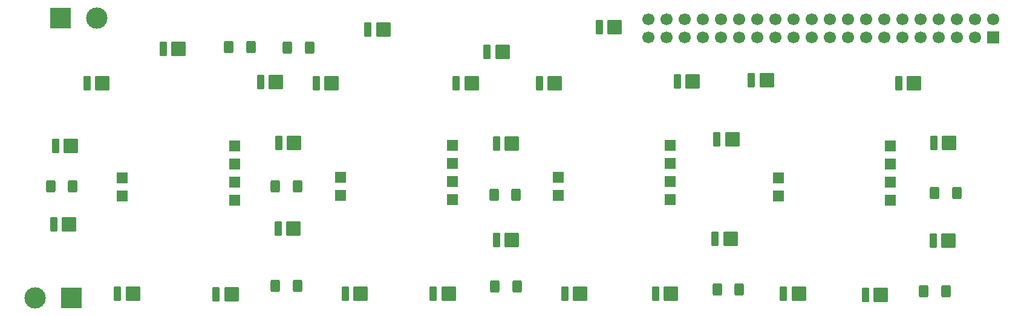
<source format=gbr>
%TF.GenerationSoftware,KiCad,Pcbnew,9.0.2*%
%TF.CreationDate,2025-07-16T22:26:27+02:00*%
%TF.ProjectId,flt-ctl-fo,666c742d-6374-46c2-9d66-6f2e6b696361,rev?*%
%TF.SameCoordinates,Original*%
%TF.FileFunction,Soldermask,Top*%
%TF.FilePolarity,Negative*%
%FSLAX46Y46*%
G04 Gerber Fmt 4.6, Leading zero omitted, Abs format (unit mm)*
G04 Created by KiCad (PCBNEW 9.0.2) date 2025-07-16 22:26:27*
%MOMM*%
%LPD*%
G01*
G04 APERTURE LIST*
G04 Aperture macros list*
%AMRoundRect*
0 Rectangle with rounded corners*
0 $1 Rounding radius*
0 $2 $3 $4 $5 $6 $7 $8 $9 X,Y pos of 4 corners*
0 Add a 4 corners polygon primitive as box body*
4,1,4,$2,$3,$4,$5,$6,$7,$8,$9,$2,$3,0*
0 Add four circle primitives for the rounded corners*
1,1,$1+$1,$2,$3*
1,1,$1+$1,$4,$5*
1,1,$1+$1,$6,$7*
1,1,$1+$1,$8,$9*
0 Add four rect primitives between the rounded corners*
20,1,$1+$1,$2,$3,$4,$5,0*
20,1,$1+$1,$4,$5,$6,$7,0*
20,1,$1+$1,$6,$7,$8,$9,0*
20,1,$1+$1,$8,$9,$2,$3,0*%
G04 Aperture macros list end*
%ADD10R,3.000000X3.000000*%
%ADD11C,3.000000*%
%ADD12RoundRect,0.165000X-0.385000X-0.885000X0.385000X-0.885000X0.385000X0.885000X-0.385000X0.885000X0*%
%ADD13RoundRect,0.315000X-0.735000X-0.735000X0.735000X-0.735000X0.735000X0.735000X-0.735000X0.735000X0*%
%ADD14RoundRect,0.250000X-0.400000X-0.625000X0.400000X-0.625000X0.400000X0.625000X-0.400000X0.625000X0*%
%ADD15R,1.500000X1.500000*%
%ADD16R,1.700000X1.700000*%
%ADD17C,1.700000*%
G04 APERTURE END LIST*
D10*
%TO.C,J3*%
X84540000Y-119600000D03*
D11*
X79460000Y-119600000D03*
%TD*%
D12*
%TO.C,D2*%
X82335000Y-98300000D03*
D13*
X84485000Y-98300000D03*
%TD*%
D12*
%TO.C,D19*%
X153610000Y-119050000D03*
D13*
X155760000Y-119050000D03*
%TD*%
D14*
%TO.C,R8*%
X203825000Y-118650000D03*
X206925000Y-118650000D03*
%TD*%
D12*
%TO.C,D13*%
X144035000Y-97925000D03*
D13*
X146185000Y-97925000D03*
%TD*%
D12*
%TO.C,D21*%
X169360000Y-89200000D03*
D13*
X171510000Y-89200000D03*
%TD*%
D14*
%TO.C,R6*%
X143825000Y-118025000D03*
X146925000Y-118025000D03*
%TD*%
D12*
%TO.C,D22*%
X174910000Y-97350000D03*
D13*
X177060000Y-97350000D03*
%TD*%
D12*
%TO.C,D30*%
X142735000Y-85050000D03*
D13*
X144885000Y-85050000D03*
%TD*%
D12*
%TO.C,D8*%
X97385000Y-84675000D03*
D13*
X99535000Y-84675000D03*
%TD*%
D12*
%TO.C,D16*%
X135185000Y-119000000D03*
D13*
X137335000Y-119000000D03*
%TD*%
D12*
%TO.C,D7*%
X113585000Y-97875000D03*
D13*
X115735000Y-97875000D03*
%TD*%
D14*
%TO.C,R2*%
X113075000Y-103975000D03*
X116175000Y-103975000D03*
%TD*%
D15*
%TO.C,KR1*%
X107375000Y-98275000D03*
X107375000Y-100815000D03*
X107375000Y-103355000D03*
X107375000Y-105895000D03*
X91675000Y-102775000D03*
X91675000Y-105315000D03*
%TD*%
D12*
%TO.C,D18*%
X150075000Y-89475000D03*
D13*
X152225000Y-89475000D03*
%TD*%
D12*
%TO.C,D27*%
X205260000Y-97825000D03*
D13*
X207410000Y-97825000D03*
%TD*%
D12*
%TO.C,D29*%
X179725000Y-89075000D03*
D13*
X181875000Y-89075000D03*
%TD*%
D12*
%TO.C,D28*%
X200360000Y-89450000D03*
D13*
X202510000Y-89450000D03*
%TD*%
D14*
%TO.C,R3*%
X114800000Y-84475000D03*
X117900000Y-84475000D03*
%TD*%
%TO.C,R4*%
X106575000Y-84400000D03*
X109675000Y-84400000D03*
%TD*%
D12*
%TO.C,D23*%
X174660000Y-111325000D03*
D13*
X176810000Y-111325000D03*
%TD*%
D12*
%TO.C,D17*%
X158460000Y-81625000D03*
D13*
X160610000Y-81625000D03*
%TD*%
D12*
%TO.C,D9*%
X111010000Y-89275000D03*
D13*
X113160000Y-89275000D03*
%TD*%
D12*
%TO.C,D12*%
X118810000Y-89475000D03*
D13*
X120960000Y-89475000D03*
%TD*%
D14*
%TO.C,R5*%
X113075000Y-117900000D03*
X116175000Y-117900000D03*
%TD*%
D15*
%TO.C,KR4*%
X199200000Y-98250000D03*
X199200000Y-100790000D03*
X199200000Y-103330000D03*
X199200000Y-105870000D03*
X183500000Y-102750000D03*
X183500000Y-105290000D03*
%TD*%
D12*
%TO.C,D10*%
X126035000Y-81925000D03*
D13*
X128185000Y-81925000D03*
%TD*%
D15*
%TO.C,KR3*%
X168375000Y-98225000D03*
X168375000Y-100765000D03*
X168375000Y-103305000D03*
X168375000Y-105845000D03*
X152675000Y-102725000D03*
X152675000Y-105265000D03*
%TD*%
%TO.C,KR2*%
X137900000Y-98225000D03*
X137900000Y-100765000D03*
X137900000Y-103305000D03*
X137900000Y-105845000D03*
X122200000Y-102725000D03*
X122200000Y-105265000D03*
%TD*%
D12*
%TO.C,D26*%
X205160000Y-111550000D03*
D13*
X207310000Y-111550000D03*
%TD*%
D12*
%TO.C,D3*%
X82085000Y-109325000D03*
D13*
X84235000Y-109325000D03*
%TD*%
D12*
%TO.C,D24*%
X184225000Y-119000000D03*
D13*
X186375000Y-119000000D03*
%TD*%
D14*
%TO.C,R1*%
X81625000Y-103975000D03*
X84725000Y-103975000D03*
%TD*%
D12*
%TO.C,D25*%
X195700000Y-119175000D03*
D13*
X197850000Y-119175000D03*
%TD*%
D12*
%TO.C,D15*%
X122885000Y-119000000D03*
D13*
X125035000Y-119000000D03*
%TD*%
D14*
%TO.C,R10*%
X143700000Y-105100000D03*
X146800000Y-105100000D03*
%TD*%
D12*
%TO.C,D14*%
X144035000Y-111450000D03*
D13*
X146185000Y-111450000D03*
%TD*%
D12*
%TO.C,D5*%
X104785000Y-119100000D03*
D13*
X106935000Y-119100000D03*
%TD*%
D12*
%TO.C,D1*%
X86710000Y-89475000D03*
D13*
X88860000Y-89475000D03*
%TD*%
D12*
%TO.C,D11*%
X138400000Y-89450000D03*
D13*
X140550000Y-89450000D03*
%TD*%
D12*
%TO.C,D6*%
X113485000Y-109850000D03*
D13*
X115635000Y-109850000D03*
%TD*%
D14*
%TO.C,R7*%
X174925000Y-118400000D03*
X178025000Y-118400000D03*
%TD*%
D12*
%TO.C,D20*%
X166310000Y-119050000D03*
D13*
X168460000Y-119050000D03*
%TD*%
D14*
%TO.C,R9*%
X205375000Y-104850000D03*
X208475000Y-104850000D03*
%TD*%
D12*
%TO.C,D4*%
X90985000Y-119000000D03*
D13*
X93135000Y-119000000D03*
%TD*%
D10*
%TO.C,J1*%
X83010000Y-80325000D03*
D11*
X88090000Y-80325000D03*
%TD*%
D16*
%TO.C,J2*%
X213610000Y-83075000D03*
D17*
X213610000Y-80535000D03*
X211070000Y-83075000D03*
X211070000Y-80535000D03*
X208530000Y-83075000D03*
X208530000Y-80535000D03*
X205990000Y-83075000D03*
X205990000Y-80535000D03*
X203450000Y-83075000D03*
X203450000Y-80535000D03*
X200910000Y-83075000D03*
X200910000Y-80535000D03*
X198370000Y-83075000D03*
X198370000Y-80535000D03*
X195830000Y-83075000D03*
X195830000Y-80535000D03*
X193290000Y-83075000D03*
X193290000Y-80535000D03*
X190750000Y-83075000D03*
X190750000Y-80535000D03*
X188210000Y-83075000D03*
X188210000Y-80535000D03*
X185670000Y-83075000D03*
X185670000Y-80535000D03*
X183130000Y-83075000D03*
X183130000Y-80535000D03*
X180590000Y-83075000D03*
X180590000Y-80535000D03*
X178050000Y-83075000D03*
X178050000Y-80535000D03*
X175510000Y-83075000D03*
X175510000Y-80535000D03*
X172970000Y-83075000D03*
X172970000Y-80535000D03*
X170430000Y-83075000D03*
X170430000Y-80535000D03*
X167890000Y-83075000D03*
X167890000Y-80535000D03*
X165350000Y-83075000D03*
X165350000Y-80535000D03*
%TD*%
M02*

</source>
